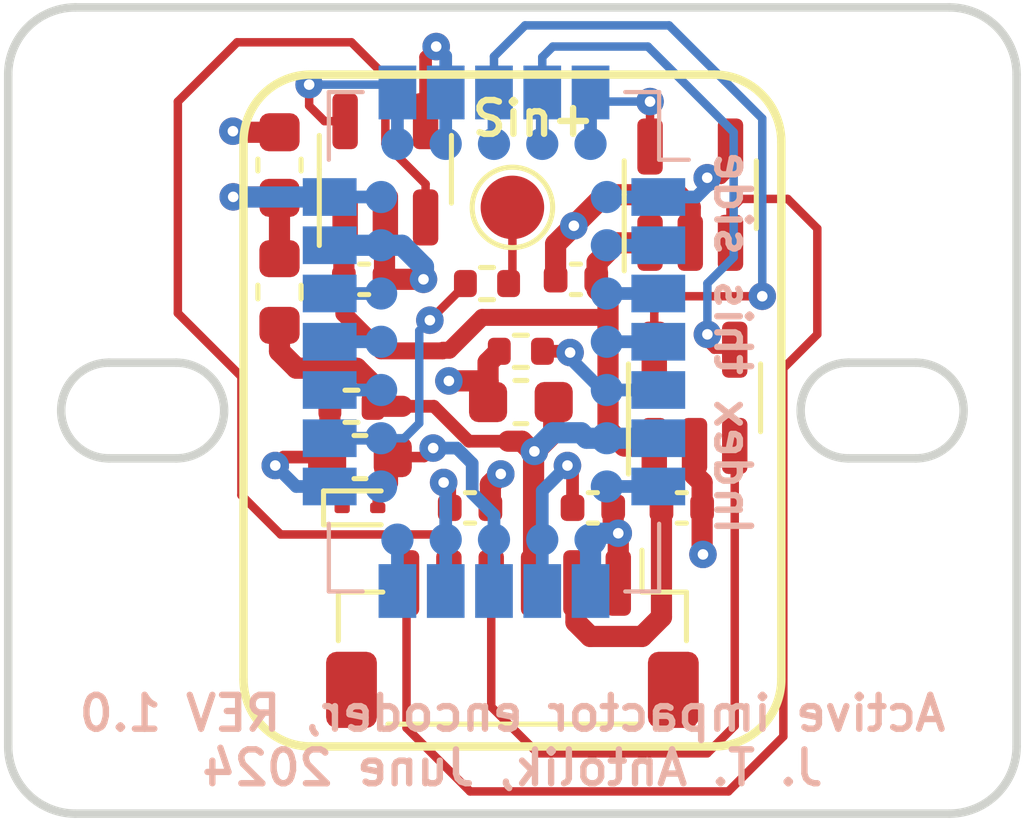
<source format=kicad_pcb>
(kicad_pcb (version 20221018) (generator pcbnew)
  (layers (0 "F.Cu" signal) (1 "In1.Cu" power) (2 "In2.Cu" power) (31 "B.Cu" signal) (34 "B.Paste" user) (35 "F.Paste" user) (36 "B.SilkS" user "B.Silkscreen") (37 "F.SilkS" user "F.Silkscreen") (38 "B.Mask" user) (39 "F.Mask" user) (44 "Edge.Cuts" user))
  (net 0 "")
  (net 1 "+3.3V")
  (net 2 "GND")
  (net 3 "+5V")
  (net 4 "ENC_A")
  (net 5 "ENC_B")
  (net 6 "ENC_IW")
  (net 7 "A-")
  (net 8 "A+")
  (net 9 "B-")
  (net 10 "B+")
  (net 11 "IW-")
  (net 12 "IW+")
  (net 13 "Net-(U101-DC1)")
  (net 14 "Net-(U101-+5VD)")
  (net 15 "Net-(U101-DC2)")
  (net 16 "Net-(D101-K)")
  (net 17 "Net-(D101-A)")
  (net 18 "Net-(U101-CP+)")
  (net 19 "Net-(U101-S+)")
  (net 20 "Net-(R102-Pad2)")
  (net 21 "unconnected-(U101-GND-Pad2)")
  (net 22 "unconnected-(U101-NC-Pad3)")
  (net 23 "unconnected-(U101-NC-Pad4)")
  (net 24 "unconnected-(U101-NC-Pad7)")
  (net 25 "unconnected-(U101-NC-Pad12)")
  (net 26 "unconnected-(U101-NC-Pad15)")
  (net 27 "unconnected-(U101-NC-Pad16)")
  (net 28 "unconnected-(U101-NC-Pad17)")
  (footprint "Package_TO_SOT_SMD:SOT-23-5" (layer "F.Cu") (at 4.3 -0.3 90)
    (fp_text reference "U102" hide)
    (fp_text value "MAX3280EAUK")
    (fp_line (start 0 -1.56) (end -1.8 -1.56) (stroke (width 0.12)) (layer "F.SilkS"))
    (fp_line (start 0 -1.56) (end 0.8 -1.56) (stroke (width 0.12)) (layer "F.SilkS"))
    (fp_line (start 0 1.56) (end -0.8 1.56) (stroke (width 0.12)) (layer "F.SilkS"))
    (fp_line (start 0 1.56) (end 0.8 1.56) (stroke (width 0.12)) (layer "F.SilkS"))
    (pad "1" smd roundrect (at -1.1375 -0.95 90) (size 1.325 0.6) (layers "F.Cu" "F.Paste" "F.Mask") (net 1 "+3.3V"))
    (pad "2" smd roundrect (at -1.1375 0 90) (size 1.325 0.6) (layers "F.Cu" "F.Paste" "F.Mask") (net 2 "GND"))
    (pad "3" smd roundrect (at -1.1375 0.95 90) (size 1.325 0.6) (layers "F.Cu" "F.Paste" "F.Mask") (net 4 "ENC_A"))
    (pad "4" smd roundrect (at 1.1375 0.95 90) (size 1.325 0.6) (layers "F.Cu" "F.Paste" "F.Mask") (net 7 "A-"))
    (pad "5" smd roundrect (at 1.1375 -0.95 90) (size 1.325 0.6) (layers "F.Cu" "F.Paste" "F.Mask") (net 8 "A+"))
  )
  (footprint "Capacitor_SMD:C_0402_1005Metric" (layer "F.Cu") (at -1 2.3 180)
    (fp_text reference "C101" hide)
    (fp_text value "100n")
    (fp_line (start -0.107836 -0.36) (end 0.107836 -0.36) (stroke (width 0.12)) (layer "F.SilkS"))
    (fp_line (start -0.107836 0.36) (end 0.107836 0.36) (stroke (width 0.12)) (layer "F.SilkS"))
    (pad "1" smd roundrect (at -0.48 0 180) (size 0.56 0.62) (layers "F.Cu" "F.Paste" "F.Mask") (net 2 "GND"))
    (pad "2" smd roundrect (at 0.48 0 180) (size 0.56 0.62) (layers "F.Cu" "F.Paste" "F.Mask") (net 13 "Net-(U101-DC1)"))
  )
  (footprint "Connector_JST:JST_SH_BM06B-SRSS-TB_1x06-1MP_P1.00mm_Vertical" (layer "F.Cu") (at 0 5.4 180)
    (fp_text reference "J101" hide)
    (fp_text value "Conn_01x06")
    (fp_line (start -4.11 -0.04) (end -4.11 1.11) (stroke (width 0.12)) (layer "F.SilkS"))
    (fp_line (start -4.11 1.11) (end -3.06 1.11) (stroke (width 0.12)) (layer "F.SilkS"))
    (fp_line (start -3.06 1.11) (end -3.06 2.1) (stroke (width 0.12)) (layer "F.SilkS"))
    (fp_line (start -2.94 -2.01) (end 2.94 -2.01) (stroke (width 0.12)) (layer "F.SilkS"))
    (fp_line (start 4.11 -0.04) (end 4.11 1.11) (stroke (width 0.12)) (layer "F.SilkS"))
    (fp_line (start 4.11 1.11) (end 3.06 1.11) (stroke (width 0.12)) (layer "F.SilkS"))
    (pad "1" smd roundrect locked (at -2.5 1.325 180) (size 0.6 1.55) (layers "F.Cu" "F.Paste" "F.Mask") (net 2 "GND"))
    (pad "2" smd roundrect locked (at -1.5 1.325 180) (size 0.6 1.55) (layers "F.Cu" "F.Paste" "F.Mask") (net 1 "+3.3V"))
    (pad "3" smd roundrect locked (at -0.5 1.325 180) (size 0.6 1.55) (layers "F.Cu" "F.Paste" "F.Mask") (net 3 "+5V"))
    (pad "4" smd roundrect locked (at 0.5 1.325 180) (size 0.6 1.55) (layers "F.Cu" "F.Paste" "F.Mask") (net 4 "ENC_A"))
    (pad "5" smd roundrect locked (at 1.5 1.325 180) (size 0.6 1.55) (layers "F.Cu" "F.Paste" "F.Mask") (net 5 "ENC_B"))
    (pad "6" smd roundrect locked (at 2.5 1.325 180) (size 0.6 1.55) (layers "F.Cu" "F.Paste" "F.Mask") (net 6 "ENC_IW"))
    (pad "MP" smd roundrect locked (at -3.8 -1.2 180) (size 1.2 1.8) (layers "F.Cu" "F.Paste" "F.Mask") (roundrect_rratio 0.2083333333))
    (pad "MP" smd roundrect locked (at 3.8 -1.2 180) (size 1.2 1.8) (layers "F.Cu" "F.Paste" "F.Mask") (roundrect_rratio 0.2083333333))
  )
  (footprint "Capacitor_SMD:C_0603_1608Metric" (layer "F.Cu") (at -5.5 -5.8 -90)
    (fp_text reference "C105" hide)
    (fp_text value "1u")
    (fp_line (start -0.14058 -0.51) (end 0.14058 -0.51) (stroke (width 0.12)) (layer "F.SilkS"))
    (fp_line (start -0.14058 0.51) (end 0.14058 0.51) (stroke (width 0.12)) (layer "F.SilkS"))
    (pad "1" smd roundrect (at -0.775 0 270) (size 0.9 0.95) (layers "F.Cu" "F.Paste" "F.Mask") (net 2 "GND"))
    (pad "2" smd roundrect (at 0.775 0 270) (size 0.9 0.95) (layers "F.Cu" "F.Paste" "F.Mask") (net 14 "Net-(U101-+5VD)"))
  )
  (footprint "TestPoint:TestPoint_Pad_D1.5mm" (layer "F.Cu") (at 0 -4.8)
    (fp_text reference "TP101" hide)
    (fp_text value "Sin+")
    (fp_circle (center 0 0) (end 0 0.95) (stroke (width 0.12)) (fill none) (layer "F.SilkS"))
    (pad "1" smd circle (at 0 0) (size 1.5 1.5) (layers "F.Cu" "F.Mask") (net 20 "Net-(R102-Pad2)"))
  )
  (footprint "Capacitor_SMD:C_0402_1005Metric" (layer "F.Cu") (at 1.9 2.3 180)
    (fp_text reference "C102" hide)
    (fp_text value "100n")
    (fp_line (start -0.107836 -0.36) (end 0.107836 -0.36) (stroke (width 0.12)) (layer "F.SilkS"))
    (fp_line (start -0.107836 0.36) (end 0.107836 0.36) (stroke (width 0.12)) (layer "F.SilkS"))
    (pad "1" smd roundrect (at -0.48 0 180) (size 0.56 0.62) (layers "F.Cu" "F.Paste" "F.Mask") (net 2 "GND"))
    (pad "2" smd roundrect (at 0.48 0 180) (size 0.56 0.62) (layers "F.Cu" "F.Paste" "F.Mask") (net 15 "Net-(U101-DC2)"))
  )
  (footprint "Capacitor_SMD:C_0402_1005Metric" (layer "F.Cu") (at -3.5 -3.1)
    (fp_text reference "C107" hide)
    (fp_text value "100n")
    (fp_line (start -0.107836 -0.36) (end 0.107836 -0.36) (stroke (width 0.12)) (layer "F.SilkS"))
    (fp_line (start -0.107836 0.36) (end 0.107836 0.36) (stroke (width 0.12)) (layer "F.SilkS"))
    (pad "1" smd roundrect (at -0.48 0) (size 0.56 0.62) (layers "F.Cu" "F.Paste" "F.Mask") (net 1 "+3.3V"))
    (pad "2" smd roundrect (at 0.48 0) (size 0.56 0.62) (layers "F.Cu" "F.Paste" "F.Mask") (net 2 "GND"))
  )
  (footprint "Capacitor_SMD:C_0402_1005Metric" (layer "F.Cu") (at 1.5 -3.1 180)
    (fp_text reference "C108" hide)
    (fp_text value "100n")
    (fp_line (start -0.107836 -0.36) (end 0.107836 -0.36) (stroke (width 0.12)) (layer "F.SilkS"))
    (fp_line (start -0.107836 0.36) (end 0.107836 0.36) (stroke (width 0.12)) (layer "F.SilkS"))
    (pad "1" smd roundrect (at -0.48 0 180) (size 0.56 0.62) (layers "F.Cu" "F.Paste" "F.Mask") (net 1 "+3.3V"))
    (pad "2" smd roundrect (at 0.48 0 180) (size 0.56 0.62) (layers "F.Cu" "F.Paste" "F.Mask") (net 2 "GND"))
  )
  (footprint "Package_TO_SOT_SMD:SOT-23-5" (layer "F.Cu") (at 4.2 -5.1 90)
    (fp_text reference "U104" hide)
    (fp_text value "MAX3280EAUK")
    (fp_line (start 0 -1.56) (end -1.8 -1.56) (stroke (width 0.12)) (layer "F.SilkS"))
    (fp_line (start 0 -1.56) (end 0.8 -1.56) (stroke (width 0.12)) (layer "F.SilkS"))
    (fp_line (start 0 1.56) (end -0.8 1.56) (stroke (width 0.12)) (layer "F.SilkS"))
    (fp_line (start 0 1.56) (end 0.8 1.56) (stroke (width 0.12)) (layer "F.SilkS"))
    (pad "1" smd roundrect (at -1.1375 -0.95 90) (size 1.325 0.6) (layers "F.Cu" "F.Paste" "F.Mask") (net 1 "+3.3V"))
    (pad "2" smd roundrect (at -1.1375 0 90) (size 1.325 0.6) (layers "F.Cu" "F.Paste" "F.Mask") (net 2 "GND"))
    (pad "3" smd roundrect (at -1.1375 0.95 90) (size 1.325 0.6) (layers "F.Cu" "F.Paste" "F.Mask") (net 6 "ENC_IW"))
    (pad "4" smd roundrect (at 1.1375 0.95 90) (size 1.325 0.6) (layers "F.Cu" "F.Paste" "F.Mask") (net 11 "IW-"))
    (pad "5" smd roundrect (at 1.1375 -0.95 90) (size 1.325 0.6) (layers "F.Cu" "F.Paste" "F.Mask") (net 12 "IW+"))
  )
  (footprint "Diode_SMD:D_SOD-923" (layer "F.Cu") (at -3.6 2.3)
    (fp_text reference "D101" hide)
    (fp_text value "ESD9X3.3ST5G")
    (fp_line (start -0.86 -0.4) (end -0.86 0.4) (stroke (width 0.12)) (layer "F.SilkS"))
    (fp_line (start 0.5 -0.4) (end -0.86 -0.4) (stroke (width 0.12)) (layer "F.SilkS"))
    (fp_line (start 0.5 0.4) (end -0.86 0.4) (stroke (width 0.12)) (layer "F.SilkS"))
    (pad "1" smd roundrect (at -0.42 0 180) (size 0.36 0.25) (layers "F.Cu" "F.Paste" "F.Mask") (net 16 "Net-(D101-K)"))
    (pad "2" smd roundrect (at 0.42 0 180) (size 0.36 0.25) (layers "F.Cu" "F.Paste" "F.Mask") (net 17 "Net-(D101-A)"))
  )
  (footprint "Resistor_SMD:R_0402_1005Metric" (layer "F.Cu") (at -3.8 -0.1 180)
    (fp_text reference "R101" hide)
    (fp_text value "120")
    (fp_line (start -0.153641 -0.38) (end 0.153641 -0.38) (stroke (width 0.12)) (layer "F.SilkS"))
    (fp_line (start -0.153641 0.38) (end 0.153641 0.38) (stroke (width 0.12)) (layer "F.SilkS"))
    (pad "1" smd roundrect (at -0.51 0 180) (size 0.54 0.64) (layers "F.Cu" "F.Paste" "F.Mask") (net 3 "+5V"))
    (pad "2" smd roundrect (at 0.51 0 180) (size 0.54 0.64) (layers "F.Cu" "F.Paste" "F.Mask") (net 16 "Net-(D101-K)"))
  )
  (footprint "Capacitor_SMD:C_0603_1608Metric" (layer "F.Cu") (at 0.2 -0.2 180)
    (fp_text reference "C104" hide)
    (fp_text value "1u")
    (fp_line (start -0.14058 -0.51) (end 0.14058 -0.51) (stroke (width 0.12)) (layer "F.SilkS"))
    (fp_line (start -0.14058 0.51) (end 0.14058 0.51) (stroke (width 0.12)) (layer "F.SilkS"))
    (pad "1" smd roundrect (at -0.775 0 180) (size 0.9 0.95) (layers "F.Cu" "F.Paste" "F.Mask") (net 3 "+5V"))
    (pad "2" smd roundrect (at 0.775 0 180) (size 0.9 0.95) (layers "F.Cu" "F.Paste" "F.Mask") (net 2 "GND"))
  )
  (footprint "Inductor_SMD:L_0603_1608Metric" (layer "F.Cu") (at -5.5 -2.8 -90)
    (fp_text reference "L101" hide)
    (fp_text value "600Ω @ 100 MHz")
    (fp_line (start -0.162779 -0.51) (end 0.162779 -0.51) (stroke (width 0.12)) (layer "F.SilkS"))
    (fp_line (start -0.162779 0.51) (end 0.162779 0.51) (stroke (width 0.12)) (layer "F.SilkS"))
    (pad "1" smd roundrect (at -0.7875 0 270) (size 0.875 0.95) (layers "F.Cu" "F.Paste" "F.Mask") (net 14 "Net-(U101-+5VD)"))
    (pad "2" smd roundrect (at 0.7875 0 270) (size 0.875 0.95) (layers "F.Cu" "F.Paste" "F.Mask") (net 3 "+5V"))
  )
  (footprint "Capacitor_SMD:C_0603_1608Metric" (layer "F.Cu") (at -3.6 1.1)
    (fp_text reference "C103" hide)
    (fp_text value "1u")
    (fp_line (start -0.14058 -0.51) (end 0.14058 -0.51) (stroke (width 0.12)) (layer "F.SilkS"))
    (fp_line (start -0.14058 0.51) (end 0.14058 0.51) (stroke (width 0.12)) (layer "F.SilkS"))
    (pad "1" smd roundrect (at -0.775 0) (size 0.9 0.95) (layers "F.Cu" "F.Paste" "F.Mask") (net 16 "Net-(D101-K)"))
    (pad "2" smd roundrect (at 0.775 0) (size 0.9 0.95) (layers "F.Cu" "F.Paste" "F.Mask") (net 17 "Net-(D101-A)"))
  )
  (footprint "Resistor_SMD:R_0402_1005Metric" (layer "F.Cu") (at -0.6 -3)
    (fp_text reference "R102" hide)
    (fp_text value "1k")
    (fp_line (start -0.153641 -0.38) (end 0.153641 -0.38) (stroke (width 0.12)) (layer "F.SilkS"))
    (fp_line (start -0.153641 0.38) (end 0.153641 0.38) (stroke (width 0.12)) (layer "F.SilkS"))
    (pad "1" smd roundrect (at -0.51 0) (size 0.54 0.64) (layers "F.Cu" "F.Paste" "F.Mask") (net 19 "Net-(U101-S+)"))
    (pad "2" smd roundrect (at 0.51 0) (size 0.54 0.64) (layers "F.Cu" "F.Paste" "F.Mask") (net 20 "Net-(R102-Pad2)"))
  )
  (footprint "Package_TO_SOT_SMD:SOT-23-5" (layer "F.Cu") (at -3 -5.7 90)
    (fp_text reference "U103" hide)
    (fp_text value "MAX3280EAUK")
    (fp_line (start 0 -1.56) (end -1.8 -1.56) (stroke (width 0.12)) (layer "F.SilkS"))
    (fp_line (start 0 -1.56) (end 0.8 -1.56) (stroke (width 0.12)) (layer "F.SilkS"))
    (fp_line (start 0 1.56) (end -0.8 1.56) (stroke (width 0.12)) (layer "F.SilkS"))
    (fp_line (start 0 1.56) (end 0.8 1.56) (stroke (width 0.12)) (layer "F.SilkS"))
    (pad "1" smd roundrect (at -1.1375 -0.95 90) (size 1.325 0.6) (layers "F.Cu" "F.Paste" "F.Mask") (net 1 "+3.3V"))
    (pad "2" smd roundrect (at -1.1375 0 90) (size 1.325 0.6) (layers "F.Cu" "F.Paste" "F.Mask") (net 2 "GND"))
    (pad "3" smd roundrect (at -1.1375 0.95 90) (size 1.325 0.6) (layers "F.Cu" "F.Paste" "F.Mask") (net 5 "ENC_B"))
    (pad "4" smd roundrect (at 1.1375 0.95 90) (size 1.325 0.6) (layers "F.Cu" "F.Paste" "F.Mask") (net 9 "B-"))
    (pad "5" smd roundrect (at 1.1375 -0.95 90) (size 1.325 0.6) (layers "F.Cu" "F.Paste" "F.Mask") (net 10 "B+"))
  )
  (footprint "Capacitor_SMD:C_0402_1005Metric" (layer "F.Cu") (at 4 2.3)
    (fp_text reference "C106" hide)
    (fp_text value "100n")
    (fp_line (start -0.107836 -0.36) (end 0.107836 -0.36) (stroke (width 0.12)) (layer "F.SilkS"))
    (fp_line (start -0.107836 0.36) (end 0.107836 0.36) (stroke (width 0.12)) (layer "F.SilkS"))
    (pad "1" smd roundrect (at -0.48 0) (size 0.56 0.62) (layers "F.Cu" "F.Paste" "F.Mask") (net 1 "+3.3V"))
    (pad "2" smd roundrect (at 0.48 0) (size 0.56 0.62) (layers "F.Cu" "F.Paste" "F.Mask") (net 2 "GND"))
  )
  (footprint "Resistor_SMD:R_0402_1005Metric" (layer "F.Cu") (at 0.2 -1.4 180)
    (fp_text reference "R103" hide)
    (fp_text value "7.15k")
    (fp_line (start -0.153641 -0.38) (end 0.153641 -0.38) (stroke (width 0.12)) (layer "F.SilkS"))
    (fp_line (start -0.153641 0.38) (end 0.153641 0.38) (stroke (width 0.12)) (layer "F.SilkS"))
    (pad "1" smd roundrect (at -0.51 0 180) (size 0.54 0.64) (layers "F.Cu" "F.Paste" "F.Mask") (net 18 "Net-(U101-CP+)"))
    (pad "2" smd roundrect (at 0.51 0 180) (size 0.54 0.64) (layers "F.Cu" "F.Paste" "F.Mask") (net 2 "GND"))
  )
  (footprint "ActiveImpactor_Encoder_Celera:CE300-40" (layer "B.Cu") (at -0.435 -1.625 -90)
    (fp_text reference "U101" hide)
    (fp_text value "CE300-40")
    (fp_line (start -5.9 -3.9) (end -4.3 -3.9) (stroke (width 0.1)) (layer "B.SilkS"))
    (fp_line (start -5.9 -3.1) (end -5.9 -3.9) (stroke (width 0.1)) (layer "B.SilkS"))
    (fp_line (start -5.9 3.1) (end -5.9 3.9) (stroke (width 0.1)) (layer "B.SilkS"))
    (fp_line (start -4.3 -3.9) (end -4.3 -4.6) (stroke (width 0.1)) (layer "B.SilkS"))
    (fp_line (start -4.3 3.9) (end -5.9 3.9) (stroke (width 0.1)) (layer "B.SilkS"))
    (fp_line (start 4.3 -3.9) (end 5.9 -3.9) (stroke (width 0.1)) (layer "B.SilkS"))
    (fp_line (start 5.9 -3.9) (end 5.9 -3.1) (stroke (width 0.1)) (layer "B.SilkS"))
    (fp_line (start 5.9 3.1) (end 5.9 3.9) (stroke (width 0.1)) (layer "B.SilkS"))
    (fp_line (start 5.9 3.9) (end 4.3 3.9) (stroke (width 0.1)) (layer "B.SilkS"))
    (pad "1" smd rect locked (at -3.42 -3.88 270) (size 0.89 1.27) (property pad_prop_testpoint) (layers "B.Cu" "B.Mask") (net 11 "IW-"))
    (pad "1" smd circle locked (at -3.42 -2.665 270) (size 0.76 0.76) (layers "B.Cu" "B.Paste" "B.Mask") (net 11 "IW-"))
    (pad "2" smd rect locked (at -2.28 -3.88 270) (size 0.89 1.27) (property pad_prop_testpoint) (layers "B.Cu" "B.Mask") (net 21 "unconnected-(U101-GND-Pad2)"))
    (pad "2" smd circle locked (at -2.28 -2.665 270) (size 0.76 0.76) (layers "B.Cu" "B.Paste" "B.Mask") (net 21 "unconnected-(U101-GND-Pad2)"))
    (pad "3" smd rect locked (at -1.14 -3.88 270) (size 0.89 1.27) (property pad_prop_testpoint) (layers "B.Cu" "B.Mask") (net 22 "unconnected-(U101-NC-Pad3)"))
    (pad "3" smd circle locked (at -1.14 -2.665 270) (size 0.76 0.76) (layers "B.Cu" "B.Paste" "B.Mask") (net 22 "unconnected-(U101-NC-Pad3)"))
    (pad "4" smd rect locked (at 0 -3.88 270) (size 0.89 1.27) (property pad_prop_testpoint) (layers "B.Cu" "B.Mask") (net 23 "unconnected-(U101-NC-Pad4)"))
    (pad "4" smd circle locked (at 0 -2.665 270) (size 0.76 0.76) (layers "B.Cu" "B.Paste" "B.Mask") (net 23 "unconnected-(U101-NC-Pad4)"))
    (pad "5" smd rect locked (at 1.14 -3.88 270) (size 0.89 1.27) (property pad_prop_testpoint) (layers "B.Cu" "B.Mask") (net 18 "Net-(U101-CP+)"))
    (pad "5" smd circle locked (at 1.14 -2.665 270) (size 0.76 0.76) (layers "B.Cu" "B.Paste" "B.Mask") (net 18 "Net-(U101-CP+)"))
    (pad "6" smd rect locked (at 2.28 -3.88 270) (size 0.89 1.27) (property pad_prop_testpoint) (layers "B.Cu" "B.Mask") (net 3 "+5V"))
    (pad "6" smd circle locked (at 2.28 -2.665 270) (size 0.76 0.76) (layers "B.Cu" "B.Paste" "B.Mask") (net 3 "+5V"))
    (pad "7" smd rect locked (at 3.42 -3.88 270) (size 0.89 1.27) (property pad_prop_testpoint) (layers "B.Cu" "B.Mask") (net 24 "unconnected-(U101-NC-Pad7)"))
    (pad "7" smd circle locked (at 3.42 -2.665 270) (size 0.76 0.76) (layers "B.Cu" "B.Paste" "B.Mask") (net 24 "unconnected-(U101-NC-Pad7)"))
    (pad "8" smd circle locked (at 4.675 -2.28 270) (size 0.76 0.76) (layers "B.Cu" "B.Paste" "B.Mask") (net 2 "GND"))
    (pad "8" smd rect locked (at 5.89 -2.28 180) (size 0.89 1.27) (property pad_prop_testpoint) (layers "B.Cu" "B.Mask") (net 2 "GND"))
    (pad "9" smd circle locked (at 4.675 -1.14 270) (size 0.76 0.76) (layers "B.Cu" "B.Paste" "B.Mask") (net 15 "Net-(U101-DC2)"))
    (pad "9" smd rect locked (at 5.89 -1.14 180) (size 0.89 1.27) (property pad_prop_testpoint) (layers "B.Cu" "B.Mask") (net 15 "Net-(U101-DC2)"))
    (pad "10" smd circle locked (at 4.675 0 270) (size 0.76 0.76) (layers "B.Cu" "B.Paste" "B.Mask") (net 17 "Net-(D101-A)"))
    (pad "10" smd rect locked (at 5.89 0 180) (size 0.89 1.27) (property pad_prop_testpoint) (layers "B.Cu" "B.Mask") (net 17 "Net-(D101-A)"))
    (pad "11" smd circle locked (at 4.675 1.14 270) (size 0.76 0.76) (layers "B.Cu" "B.Paste" "B.Mask") (net 13 "Net-(U101-DC1)"))
    (pad "11" smd rect locked (at 5.89 1.14 180) (size 0.89 1.27) (property pad_prop_testpoint) (layers "B.Cu" "B.Mask") (net 13 "Net-(U101-DC1)"))
    (pad "12" smd circle locked (at 4.675 2.28 270) (size 0.76 0.76) (layers "B.Cu" "B.Paste" "B.Mask") (net 25 "unconnected-(U101-NC-Pad12)"))
    (pad "12" smd rect locked (at 5.89 2.28 180) (size 0.89 1.27) (property pad_prop_testpoint) (layers "B.Cu" "B.Mask") (net 25 "unconnected-(U101-NC-Pad12)"))
    (pad "13" smd circle locked (at 3.42 2.665 270) (size 0.76 0.76) (layers "B.Cu" "B.Paste" "B.Mask") (net 16 "Net-(D101-K)"))
    (pad "13" smd rect locked (at 3.42 3.88 270) (size 0.89 1.27) (property pad_prop_testpoint) (layers "B.Cu" "B.Mask") (net 16 "Net-(D101-K)"))
    (pad "14" smd circle locked (at 2.28 2.665 270) (size 0.76 0.76) (layers "B.Cu" "B.Paste" "B.Mask") (net 19 "Net-(U101-S+)"))
    (pad "14" smd rect locked (at 2.28 3.88 270) (size 0.89 1.27) (property pad_prop_testpoint) (layers "B.Cu" "B.Mask") (net 19 "Net-(U101-S+)"))
    (pad "15" smd circle locked (at 1.14 2.665 270) (size 0.76 0.76) (layers "B.Cu" "B.Paste" "B.Mask") (net 26 "unconnected-(U101-NC-Pad15)"))
    (pad "15" smd rect locked (at 1.14 3.88 270) (size 0.89 1.27) (property pad_prop_testpoint) (layers "B.Cu" "B.Mask") (net 26 "unconnected-(U101-NC-Pad15)"))
    (pad "16" smd circle locked (at 0 2.665 270) (size 0.76 0.76) (layers "B.Cu" "B.Paste" "B.Mask") (net 27 "unconnected-(U101-NC-Pad16)"))
    (pad "16" smd rect locked (at 0 3.88 270) (size 0.89 1.27) (property pad_prop_testpoint) (layers "B.Cu" "B.Mask") (net 27 "unconnected-(U101-NC-Pad16)"))
    (pad "17" smd circle locked (at -1.14 2.665 270) (size 0.76 0.76) (layers "B.Cu" "B.Paste" "B.Mask") (net 28 "unconnected-(U101-NC-Pad17)"))
    (pad "17" smd rect locked (at -1.14 3.88 270) (size 0.89 1.27) (property pad_prop_testpoint) (layers "B.Cu" "B.Mask") (net 28 "unconnected-(U101-NC-Pad17)"))
    (pad "18" smd circle locked (at -2.28 2.665 270) (size 0.76 0.76) (layers "B.Cu" "B.Paste" "B.Mask") (net 2 "GND"))
    (pad "18" smd rect locked (at -2.28 3.88 270) (size 0.89 1.27) (property pad_prop_testpoint) (layers "B.Cu" "B.Mask") (net 2 "GND"))
    (pad "19" smd circle locked (at -3.42 2.665 270) (size 0.76 0.76) (layers "B.Cu" "B.Paste" "B.Mask") (net 14 "Net-(U101-+5VD)"))
    (pad "19" smd rect locked (at -3.42 3.88 270) (size 0.89 1.27) (property pad_prop_testpoint) (layers "B.Cu" "B.Mask") (net 14 "Net-(U101-+5VD)"))
    (pad "20" smd rect locked (at -5.89 2.28 180) (size 0.89 1.27) (property pad_prop_testpoint) (layers "B.Cu" "B.Mask") (net 10 "B+"))
    (pad "20" smd circle locked (at -4.675 2.28 270) (size 0.76 0.76) (layers "B.Cu" "B.Paste" "B.Mask") (net 10 "B+"))
    (pad "21" smd rect locked (at -5.89 1.14 180) (size 0.89 1.27) (property pad_prop_testpoint) (layers "B.Cu" "B.Mask") (net 9 "B-"))
    (pad "21" smd circle locked (at -4.675 1.14 270) (size 0.76 0.76) (layers "B.Cu" "B.Paste" "B.Mask") (net 9 "B-"))
    (pad "22" smd rect locked (at -5.89 0 180) (size 0.89 1.27) (property pad_prop_testpoint) (layers "B.Cu" "B.Mask") (net 8 "A+"))
    (pad "22" smd circle locked (at -4.675 0 270) (size 0.76 0.76) (layers "B.Cu" "B.Paste" "B.Mask") (net 8 "A+"))
    (pad "23" smd rect locked (at -5.89 -1.14 180) (size 0.89 1.27) (property pad_prop_testpoint) (layers "B.Cu" "B.Mask") (net 7 "A-"))
    (pad "23" smd circle locked (at -4.675 -1.14 270) (size 0.76 0.76) (layers "B.Cu" "B.Paste" "B.Mask") (net 7 "A-"))
    (pad "24" smd rect locked (at -5.89 -2.28 180) (size 0.89 1.27) (property pad_prop_testpoint) (layers "B.Cu" "B.Mask") (net 12 "IW+"))
    (pad "24" smd circle locked (at -4.675 -2.28 270) (size 0.76 0.76) (layers "B.Cu" "B.Paste" "B.Mask") (net 12 "IW+"))
  )
  (gr_line locked (start 4.7625 -7.9375) (end -4.7625 -7.9375) (stroke (width 0.2)) (layer "F.SilkS"))
  (gr_arc locked (start 6.35 6.35) (mid 5.885032 7.472532) (end 4.7625 7.9375) (stroke (width 0.2)) (layer "F.SilkS"))
  (gr_arc locked (start 4.7625 -7.9375) (mid 5.885032 -7.472532) (end 6.35 -6.35) (stroke (width 0.2)) (layer "F.SilkS"))
  (gr_line locked (start 6.35 6.35) (end 6.35 -6.35) (stroke (width 0.2)) (layer "F.SilkS"))
  (gr_line locked (start -4.7625 7.9375) (end 4.7625 7.9375) (stroke (width 0.2)) (layer "F.SilkS"))
  (gr_arc locked (start -4.7625 7.9375) (mid -5.885032 7.472532) (end -6.35 6.35) (stroke (width 0.2)) (layer "F.SilkS"))
  (gr_line locked (start -6.35 -6.35) (end -6.35 6.35) (stroke (width 0.2)) (layer "F.SilkS"))
  (gr_arc locked (start -6.35 -6.35) (mid -5.885032 -7.472532) (end -4.7625 -7.9375) (stroke (width 0.2)) (layer "F.SilkS"))
  (gr_arc (start 9.525 -1.1303) (mid 10.6553 0) (end 9.525 1.1303) (stroke (width 0.2)) (layer "Edge.Cuts"))
  (gr_arc (start 7.9375 1.1303) (mid 6.8072 0) (end 7.9375 -1.1303) (stroke (width 0.2)) (layer "Edge.Cuts"))
  (gr_arc (start -7.9375 -1.1303) (mid -6.8072 0) (end -7.9375 1.1303) (stroke (width 0.2)) (layer "Edge.Cuts"))
  (gr_arc (start -9.525 1.1303) (mid -10.6553 0) (end -9.525 -1.1303) (stroke (width 0.2)) (layer "Edge.Cuts"))
  (gr_line (start -10.31875 9.525) (end 10.31875 9.525) (stroke (width 0.2)) (layer "Edge.Cuts"))
  (gr_line (start 9.525 1.1303) (end 7.9375 1.1303) (stroke (width 0.2)) (layer "Edge.Cuts"))
  (gr_line (start -11.90625 -7.9375) (end -11.90625 7.9375) (stroke (width 0.2)) (layer "Edge.Cuts"))
  (gr_arc (start 10.31875 -9.525) (mid 11.441282 -9.060032) (end 11.90625 -7.9375) (stroke (width 0.2)) (layer "Edge.Cuts"))
  (gr_line (start 11.90625 7.9375) (end 11.90625 -7.9375) (stroke (width 0.2)) (layer "Edge.Cuts"))
  (gr_arc (start -11.90625 -7.9375) (mid -11.441282 -9.060032) (end -10.31875 -9.525) (stroke (width 0.2)) (layer "Edge.Cuts"))
  (gr_line (start 7.9375 -1.1303) (end 9.525 -1.1303) (stroke (width 0.2)) (layer "Edge.Cuts"))
  (gr_line (start -9.525 -1.1303) (end -7.9375 -1.1303) (stroke (width 0.2)) (layer "Edge.Cuts"))
  (gr_arc (start 11.90625 7.9375) (mid 11.441282 9.060032) (end 10.31875 9.525) (stroke (width 0.2)) (layer "Edge.Cuts"))
  (gr_arc (start -10.31875 9.525) (mid -11.441282 9.060032) (end -11.90625 7.9375) (stroke (width 0.2)) (layer "Edge.Cuts"))
  (gr_line (start 10.31875 -9.525) (end -10.31875 -9.525) (stroke (width 0.2)) (layer "Edge.Cuts"))
  (gr_line (start -7.9375 1.1303) (end -9.525 1.1303) (stroke (width 0.2)) (layer "Edge.Cuts"))
  (gr_text "Index this side" (at 5.2 -1.6 270) (layer "B.SilkS") (effects (font (size 0.8 0.8)) (justify mirror)))
  (gr_text "Active impactor encoder, REV 1.0\nJ. T. Antolik, June 2024" (at 0 7.8) (layer "B.SilkS") (effects (font (size 0.8 0.8)) (justify mirror)))
  (gr_text "Sin+" (at 0.5 -6.9) (layer "F.SilkS") (effects (font (size 0.8 0.8))))
  (segment (start 2.2575 -2.2) (end -0.713984 -2.2) (width 0.4) (layer "F.Cu") (net 1))
  (segment (start 3.52 2.3) (end 3.52 1.72) (width 0.5) (layer "F.Cu") (net 1))
  (segment (start -0.713984 -2.2) (end -1.488984 -1.425) (width 0.4) (layer "F.Cu") (net 1))
  (segment (start 3.35 0.8375) (end 2.6375 0.8375) (width 0.5) (layer "F.Cu") (net 1))
  (segment (start -1.63287 -1.425) (end -1.648819 -1.409051) (width 0.4) (layer "F.Cu") (net 1))
  (segment (start 3.52 2.3) (end 3.52 4.88) (width 0.5) (layer "F.Cu") (net 1))
  (segment (start -3.98 -2.288608) (end -3.98 -3.1) (width 0.4) (layer "F.Cu") (net 1))
  (segment (start 2.4625 -3.9625) (end 3.25 -3.9625) (width 0.5) (layer "F.Cu") (net 1))
  (segment (start 2.2575 -2.6) (end 2 -2.8575) (width 0.5) (layer "F.Cu") (net 1))
  (segment (start 2.2575 0.4575) (end 2.2575 -2.6) (width 0.5) (layer "F.Cu") (net 1))
  (segment (start 2 -2.8575) (end 2 -3.5) (width 0.5) (layer "F.Cu") (net 1))
  (segment (start 1.5 5) (end 1.5 4.075) (width 0.5) (layer "F.Cu") (net 1))
  (segment (start 3.35 1.55) (end 3.35 0.8375) (width 0.5) (layer "F.Cu") (net 1))
  (segment (start -3.98 -3.1) (end -3.98 -4.5325) (width 0.5) (layer "F.Cu") (net 1))
  (segment (start -3.100443 -1.409051) (end -3.98 -2.288608) (width 0.4) (layer "F.Cu") (net 1))
  (segment (start -1.648819 -1.409051) (end -3.100443 -1.409051) (width 0.4) (layer "F.Cu") (net 1))
  (segment (start -3.98 -4.5325) (end -3.95 -4.5625) (width 0.5) (layer "F.Cu") (net 1))
  (segment (start 2 -3.5) (end 2.4625 -3.9625) (width 0.5) (layer "F.Cu") (net 1))
  (segment (start 3.52 1.72) (end 3.35 1.55) (width 0.5) (layer "F.Cu") (net 1))
  (segment (start 1.838949 5.338949) (end 1.5 5) (width 0.5) (layer "F.Cu") (net 1))
  (segment (start 3.061051 5.338949) (end 1.838949 5.338949) (width 0.5) (layer "F.Cu") (net 1))
  (segment (start -1.488984 -1.425) (end -1.63287 -1.425) (width 0.4) (layer "F.Cu") (net 1))
  (segment (start 3.52 4.88) (end 3.061051 5.338949) (width 0.5) (layer "F.Cu") (net 1))
  (segment (start 2.6375 0.8375) (end 2.2575 0.4575) (width 0.5) (layer "F.Cu") (net 1))
  (segment (start -0.575 -1.135) (end -0.31 -1.4) (width 0.5) (layer "F.Cu") (net 2))
  (segment (start 3.905512 -5.098472) (end 2.184614 -5.098472) (width 0.5) (layer "F.Cu") (net 2))
  (segment (start 4.48 2.3) (end 4.48 1.7) (width 0.5) (layer "F.Cu") (net 2))
  (segment (start 2.38 2.78) (end 2.5 2.9) (width 0.5) (layer "F.Cu") (net 2))
  (segment (start -0.2745 1.4995) (end -0.52 1.745) (width 0.5) (layer "F.Cu") (net 2))
  (segment (start -0.575 -0.7) (end -1.5 -0.7) (width 0.5) (layer "F.Cu") (net 2))
  (segment (start 4.2 -4.803984) (end 3.905512 -5.098472) (width 0.5) (layer "F.Cu") (net 2))
  (segment (start -3.02 -4.5425) (end -3 -4.5625) (width 0.5) (layer "F.Cu") (net 2))
  (segment (start 4.2 -3.9625) (end 4.2 -4.803984) (width 0.5) (layer "F.Cu") (net 2))
  (segment (start 1.02 -3.933858) (end 1.451289 -4.365147) (width 0.5) (layer "F.Cu") (net 2))
  (segment (start -0.52 1.745) (end -0.52 2.3) (width 0.5) (layer "F.Cu") (net 2))
  (segment (start 4.3 0.8375) (end 4.3 1.52) (width 0.5) (layer "F.Cu") (net 2))
  (segment (start -0.575 -0.2) (end -0.575 -1.135) (width 0.5) (layer "F.Cu") (net 2))
  (segment (start 4.48 3.38) (end 4.5 3.4) (width 0.5) (layer "F.Cu") (net 2))
  (segment (start 1.02 -3.1) (end 1.02 -3.933858) (width 0.5) (layer "F.Cu") (net 2))
  (segment (start 4.3 1.52) (end 4.48 1.7) (width 0.5) (layer "F.Cu") (net 2))
  (segment (start -5.5 -6.575) (end -6.575 -6.575) (width 0.5) (layer "F.Cu") (net 2))
  (segment (start 2.38 2.3) (end 2.38 2.78) (width 0.5) (layer "F.Cu") (net 2))
  (segment (start -6.575 -6.575) (end -6.6 -6.6) (width 0.5) (layer "F.Cu") (net 2))
  (segment (start -3.02 -3.1) (end -3.02 -4.5425) (width 0.5) (layer "F.Cu") (net 2))
  (segment (start 2.184614 -5.098472) (end 1.451289 -4.365147) (width 0.5) (layer "F.Cu") (net 2))
  (segment (start 4.48 2.3) (end 4.48 3.38) (width 0.5) (layer "F.Cu") (net 2))
  (segment (start -0.575 -0.2) (end -0.575 -0.7) (width 0.5) (layer "F.Cu") (net 2))
  (segment (start -3.02 -3.1) (end -2.1 -3.1) (width 0.5) (layer "F.Cu") (net 2))
  (segment (start 2.5 2.9) (end 2.5 4.075) (width 0.5) (layer "F.Cu") (net 2))
  (via (at -2.1 -3.1) (size 0.65) (drill 0.25) (layers "F.Cu" "B.Cu") (net 2))
  (via (at 4.5 3.4) (size 0.65) (drill 0.25) (layers "F.Cu" "B.Cu") (net 2))
  (via (at -0.2745 1.4995) (size 0.65) (drill 0.25) (layers "F.Cu" "B.Cu") (net 2))
  (via (at -1.5 -0.7) (size 0.65) (drill 0.25) (layers "F.Cu" "B.Cu") (net 2))
  (via (at -6.6 -6.6) (size 0.65) (drill 0.25) (layers "F.Cu" "B.Cu") (net 2))
  (via (at 2.5 2.9) (size 0.65) (drill 0.25) (layers "F.Cu" "B.Cu") (net 2))
  (via (at 1.451289 -4.365147) (size 0.65) (drill 0.25) (layers "F.Cu" "B.Cu") (net 2))
  (segment (start -2.1 -3.4) (end -2.1 -3.1) (width 0.5) (layer "B.Cu") (net 2))
  (segment (start 2.5 2.9) (end 1.995 2.9) (width 0.5) (layer "B.Cu") (net 2))
  (segment (start 1.995 2.9) (end 1.845 3.05) (width 0.5) (layer "B.Cu") (net 2))
  (segment (start -2.605 -3.905) (end -2.1 -3.4) (width 0.5) (layer "B.Cu") (net 2))
  (segment (start -3.1 -3.905) (end -4.315 -3.905) (width 0.5) (layer "B.Cu") (net 2))
  (segment (start -3.1 -3.905) (end -2.605 -3.905) (width 0.5) (layer "B.Cu") (net 2))
  (segment (start 1.845 3.05) (end 1.845 4.265) (width 0.5) (layer "B.Cu") (net 2))
  (segment (start -3.681342 -1) (end -3.29 -0.608658) (width 0.5) (layer "F.Cu") (net 3))
  (segment (start -5.1 -1) (end -3.681342 -1) (width 0.5) (layer "F.Cu") (net 3))
  (segment (start 0.975 0.525) (end 0.5 1) (width 0.5) (layer "F.Cu") (net 3))
  (segment (start -5.5 -2.0125) (end -5.5 -1.4) (width 0.5) (layer "F.Cu") (net 3))
  (segment (start -5.5 -1.4) (end -5.1 -1) (width 0.5) (layer "F.Cu") (net 3))
  (segment (start -1.029595 0.725) (end -0.1 0.725) (width 0.3) (layer "F.Cu") (net 3))
  (segment (start 0.975 -0.2) (end 0.975 0.525) (width 0.5) (layer "F.Cu") (net 3))
  (segment (start -3.29 -0.608658) (end -3.29 -0.1) (width 0.5) (layer "F.Cu") (net 3))
  (segment (start -2.59963 -0.1) (end -1.854595 -0.1) (width 0.3) (layer "F.Cu") (net 3))
  (segment (start 0.225 0.725) (end -0.1 0.725) (width 0.5) (layer "F.Cu") (net 3))
  (segment (start -1.854595 -0.1) (end -1.029595 0.725) (width 0.3) (layer "F.Cu") (net 3))
  (segment (start -2.59963 -0.1) (end -3.29 -0.1) (width 0.5) (layer "F.Cu") (net 3))
  (segment (start 0.5 1) (end 0.5 4.075) (width 0.5) (layer "F.Cu") (net 3))
  (segment (start 0.5 1) (end 0.225 0.725) (width 0.5) (layer "F.Cu") (net 3))
  (via (at 0.519184 0.965365) (size 0.65) (drill 0.25) (layers "F.Cu" "B.Cu") (net 3))
  (segment (start 1.751016 0.655) (end 1.621016 0.525) (width 0.5) (layer "B.Cu") (net 3))
  (segment (start 0.959549 0.525) (end 0.519184 0.965365) (width 0.5) (layer "B.Cu") (net 3))
  (segment (start 2.23 0.655) (end 3.445 0.655) (width 0.5) (layer "B.Cu") (net 3))
  (segment (start 1.621016 0.525) (end 0.959549 0.525) (width 0.5) (layer "B.Cu") (net 3))
  (segment (start 2.23 0.655) (end 1.751016 0.655) (width 0.5) (layer "B.Cu") (net 3))
  (segment (start 0.6 8.1) (end 4.6 8.1) (width 0.2) (layer "F.Cu") (net 4))
  (segment (start 5.25 7.45) (end 5.25 0.8375) (width 0.2) (layer "F.Cu") (net 4))
  (segment (start -0.5 4.075) (end -0.5 7) (width 0.2) (layer "F.Cu") (net 4))
  (segment (start 4.6 8.1) (end 5.25 7.45) (width 0.2) (layer "F.Cu") (net 4))
  (segment (start -0.5 7) (end 0.6 8.1) (width 0.2) (layer "F.Cu") (net 4))
  (segment (start -5.470911 2.929089) (end -6.4 2) (width 0.2) (layer "F.Cu") (net 5))
  (segment (start -2.05 -5.35) (end -2.05 -4.5625) (width 0.2) (layer "F.Cu") (net 5))
  (segment (start -1.5 4.075) (end -1.5 3.2) (width 0.2) (layer "F.Cu") (net 5))
  (segment (start -1.770911 2.929089) (end -5.470911 2.929089) (width 0.2) (layer "F.Cu") (net 5))
  (segment (start -3 -6.3) (end -2.05 -5.35) (width 0.2) (layer "F.Cu") (net 5))
  (segment (start -6.4 -0.8) (end -7.9 -2.3) (width 0.2) (layer "F.Cu") (net 5))
  (segment (start -6.4 2) (end -6.4 -0.8) (width 0.2) (layer "F.Cu") (net 5))
  (segment (start -7.9 -2.3) (end -7.9 -7.3) (width 0.2) (layer "F.Cu") (net 5))
  (segment (start -3.8 -8.7) (end -3 -7.9) (width 0.2) (layer "F.Cu") (net 5))
  (segment (start -6.5 -8.7) (end -3.8 -8.7) (width 0.2) (layer "F.Cu") (net 5))
  (segment (start -1.5 3.2) (end -1.770911 2.929089) (width 0.2) (layer "F.Cu") (net 5))
  (segment (start -3 -7.9) (end -3 -6.3) (width 0.2) (layer "F.Cu") (net 5))
  (segment (start -7.9 -7.3) (end -6.5 -8.7) (width 0.2) (layer "F.Cu") (net 5))
  (segment (start 6.398044 -0.998044) (end 6.398044 7.701956) (width 0.2) (layer "F.Cu") (net 6))
  (segment (start 7.2 -4.3) (end 7.2 -1.8) (width 0.2) (layer "F.Cu") (net 6))
  (segment (start 5.15 -4.75) (end 5.4 -5) (width 0.2) (layer "F.Cu") (net 6))
  (segment (start 5.15 -3.9625) (end 5.15 -4.75) (width 0.2) (layer "F.Cu") (net 6))
  (segment (start -1 9) (end -2.5 7.5) (width 0.2) (layer "F.Cu") (net 6))
  (segment (start 5.1 9) (end -1 9) (width 0.2) (layer "F.Cu") (net 6))
  (segment (start 7.2 -1.8) (end 6.398044 -0.998044) (width 0.2) (layer "F.Cu") (net 6))
  (segment (start -2.5 7.5) (end -2.5 4.075) (width 0.2) (layer "F.Cu") (net 6))
  (segment (start 6.5 -5) (end 7.2 -4.3) (width 0.2) (layer "F.Cu") (net 6))
  (segment (start 6.398044 7.701956) (end 5.1 9) (width 0.2) (layer "F.Cu") (net 6))
  (segment (start 5.4 -5) (end 6.5 -5) (width 0.2) (layer "F.Cu") (net 6))
  (segment (start 4.7625 -1.4375) (end 5.25 -1.4375) (width 0.2) (layer "F.Cu") (net 7))
  (segment (start 4.604502 -1.595498) (end 4.7625 -1.4375) (width 0.2) (layer "F.Cu") (net 7))
  (segment (start 4.604502 -1.8) (end 4.604502 -1.595498) (width 0.2) (layer "F.Cu") (net 7))
  (via (at 4.604502 -1.8) (size 0.65) (drill 0.25) (layers "F.Cu" "B.Cu") (net 7))
  (segment (start 5.225 -6.575) (end 3.2 -8.6) (width 0.2) (layer "B.Cu") (net 7))
  (segment (start 0.705 -6.3) (end 0.705 -7.515) (width 0.3) (layer "B.Cu") (net 7))
  (segment (start 0.705 -8.35) (end 0.705 -7.515) (width 0.2) (layer "B.Cu") (net 7))
  (segment (start 5.225 -3.625) (end 5.225 -6.575) (width 0.2) (layer "B.Cu") (net 7))
  (segment (start 0.955 -8.6) (end 0.705 -8.35) (width 0.2) (layer "B.Cu") (net 7))
  (segment (start 3.2 -8.6) (end 0.955 -8.6) (width 0.2) (layer "B.Cu") (net 7))
  (segment (start 4.604502 -3.004502) (end 5.225 -3.625) (width 0.2) (layer "B.Cu") (net 7))
  (segment (start 4.604502 -1.8) (end 4.604502 -3.004502) (width 0.2) (layer "B.Cu") (net 7))
  (segment (start 3.7 -2.7) (end 3.35 -2.35) (width 0.2) (layer "F.Cu") (net 8))
  (segment (start 3.35 -2.35) (end 3.35 -1.4375) (width 0.2) (layer "F.Cu") (net 8))
  (segment (start 5.9 -2.7) (end 3.7 -2.7) (width 0.2) (layer "F.Cu") (net 8))
  (via (at 5.9 -2.7) (size 0.65) (drill 0.25) (layers "F.Cu" "B.Cu") (net 8))
  (segment (start -0.435 -8.365) (end -0.435 -7.515) (width 0.2) (layer "B.Cu") (net 8))
  (segment (start 0.3 -9.1) (end -0.435 -8.365) (width 0.2) (layer "B.Cu") (net 8))
  (segment (start 5.9 -2.7) (end 5.9 -6.9) (width 0.2) (layer "B.Cu") (net 8))
  (segment (start 3.7 -9.1) (end 0.3 -9.1) (width 0.2) (layer "B.Cu") (net 8))
  (segment (start -0.435 -6.3) (end -0.435 -7.515) (width 0.3) (layer "B.Cu") (net 8))
  (segment (start 5.9 -6.9) (end 3.7 -9.1) (width 0.2) (layer "B.Cu") (net 8))
  (segment (start -1.8 -8.6) (end -2.05 -8.35) (width 0.3) (layer "F.Cu") (net 9))
  (segment (start -2.05 -8.35) (end -2.05 -6.8375) (width 0.3) (layer "F.Cu") (net 9))
  (via (at -1.8 -8.6) (size 0.65) (drill 0.25) (layers "F.Cu" "B.Cu") (net 9))
  (segment (start -1.575 -6.3) (end -1.575 -7.515) (width 0.3) (layer "B.Cu") (net 9))
  (segment (start -1.575 -8.375) (end -1.575 -7.515) (width 0.3) (layer "B.Cu") (net 9))
  (segment (start -1.8 -8.6) (end -1.575 -8.375) (width 0.3) (layer "B.Cu") (net 9))
  (segment (start -4.8 -7.2) (end -4.4375 -6.8375) (width 0.2) (layer "F.Cu") (net 10))
  (segment (start -4.4375 -6.8375) (end -3.95 -6.8375) (width 0.2) (layer "F.Cu") (net 10))
  (segment (start -4.8 -7.7) (end -4.8 -7.2) (width 0.2) (layer "F.Cu") (net 10))
  (via (at -4.8 -7.7) (size 0.65) (drill 0.25) (layers "F.Cu" "B.Cu") (net 10))
  (segment (start -2.9 -7.7) (end -2.715 -7.515) (width 0.2) (layer "B.Cu") (net 10))
  (segment (start -4.8 -7.7) (end -2.9 -7.7) (width 0.2) (layer "B.Cu") (net 10))
  (segment (start -2.715 -6.3) (end -2.715 -7.515) (width 0.3) (layer "B.Cu") (net 10))
  (segment (start 4.926183 -5.5) (end 5.15 -5.723817) (width 0.3) (layer "F.Cu") (net 11))
  (segment (start 4.6 -5.5) (end 4.926183 -5.5) (width 0.3) (layer "F.Cu") (net 11))
  (segment (start 5.15 -5.723817) (end 5.15 -6.2375) (width 0.3) (layer "F.Cu") (net 11))
  (via (at 4.6 -5.5) (size 0.65) (drill 0.25) (layers "F.Cu" "B.Cu") (net 11))
  (segment (start 4.345 -5.045) (end 4.6 -5.3) (width 0.3) (layer "B.Cu") (net 11))
  (segment (start 4.6 -5.3) (end 4.6 -5.5) (width 0.3) (layer "B.Cu") (net 11))
  (segment (start 2.23 -5.045) (end 3.445 -5.045) (width 0.3) (layer "B.Cu") (net 11))
  (segment (start 3.445 -5.045) (end 4.345 -5.045) (width 0.3) (layer "B.Cu") (net 11))
  (segment (start 3.25 -7.3) (end 3.25 -6.2375) (width 0.2) (layer "F.Cu") (net 12))
  (via (at 3.25 -7.3) (size 0.65) (drill 0.25) (layers "F.Cu" "B.Cu") (net 12))
  (segment (start 3.25 -7.3) (end 2.06 -7.3) (width 0.2) (layer "B.Cu") (net 12))
  (segment (start 1.845 -6.3) (end 1.845 -7.515) (width 0.3) (layer "B.Cu") (net 12))
  (segment (start 2.06 -7.3) (end 1.845 -7.515) (width 0.2) (layer "B.Cu") (net 12))
  (segment (start -1.624 1.7) (end -1.48 1.844) (width 0.3) (layer "F.Cu") (net 13))
  (segment (start -1.48 1.844) (end -1.48 2.3) (width 0.3) (layer "F.Cu") (net 13))
  (via (at -1.624 1.7) (size 0.65) (drill 0.25) (layers "F.Cu" "B.Cu") (net 13))
  (segment (start -1.624 1.7) (end -1.575 1.749) (width 0.3) (layer "B.Cu") (net 13))
  (segment (start -1.575 3.05) (end -1.575 4.265) (width 0.3) (layer "B.Cu") (net 13))
  (segment (start -1.575 1.749) (end -1.575 3.05) (width 0.3) (layer "B.Cu") (net 13))
  (segment (start -6.592955 -5.048341) (end -5.523341 -5.048341) (width 0.5) (layer "F.Cu") (net 14))
  (segment (start -5.523341 -5.048341) (end -5.5 -5.025) (width 0.5) (layer "F.Cu") (net 14))
  (segment (start -5.5 -3.5875) (end -5.5 -5.025) (width 0.5) (layer "F.Cu") (net 14))
  (via (at -6.592955 -5.048341) (size 0.65) (drill 0.25) (layers "F.Cu" "B.Cu") (net 14))
  (segment (start -3.1 -5.045) (end -4.315 -5.045) (width 0.3) (layer "B.Cu") (net 14))
  (segment (start -6.589614 -5.045) (end -6.592955 -5.048341) (width 0.5) (layer "B.Cu") (net 14))
  (segment (start -4.315 -5.045) (end -6.589614 -5.045) (width 0.5) (layer "B.Cu") (net 14))
  (segment (start 1.42 1.42) (end 1.42 2.3) (width 0.3) (layer "F.Cu") (net 15))
  (segment (start 1.3 1.3) (end 1.42 1.42) (width 0.3) (layer "F.Cu") (net 15))
  (via (at 1.3 1.3) (size 0.65) (drill 0.25) (layers "F.Cu" "B.Cu") (net 15))
  (segment (start 0.705 3.05) (end 0.705 4.265) (width 0.3) (layer "B.Cu") (net 15))
  (segment (start 0.705 3.05) (end 0.705 1.895) (width 0.3) (layer "B.Cu") (net 15))
  (segment (start 0.705 1.895) (end 1.3 1.3) (width 0.3) (layer "B.Cu") (net 15))
  (segment (start -4.31 -0.1) (end -4.31 1.035) (width 0.5) (layer "F.Cu") (net 16))
  (segment (start -4.02 2.08) (end -4.375 1.725) (width 0.25) (layer "F.Cu") (net 16))
  (segment (start -4.02 2.3) (end -4.02 2.08) (width 0.25) (layer "F.Cu") (net 16))
  (segment (start -5.6 1.3) (end -5.4 1.1) (width 0.3) (layer "F.Cu") (net 16))
  (segment (start -5.4 1.1) (end -4.375 1.1) (width 0.3) (layer "F.Cu") (net 16))
  (segment (start -4.375 1.725) (end -4.375 1.1) (width 0.25) (layer "F.Cu") (net 16))
  (segment (start -4.31 1.035) (end -4.375 1.1) (width 0.5) (layer "F.Cu") (net 16))
  (via (at -5.6 1.3) (size 0.65) (drill 0.25) (layers "F.Cu" "B.Cu") (net 16))
  (segment (start -5.105 1.795) (end -5.6 1.3) (width 0.3) (layer "B.Cu") (net 16))
  (segment (start -4.315 1.795) (end -5.105 1.795) (width 0.3) (layer "B.Cu") (net 16))
  (segment (start -3.1 1.795) (end -4.315 1.795) (width 0.3) (layer "B.Cu") (net 16))
  (segment (start -3.18 2.3) (end -3.18 2.08) (width 0.25) (layer "F.Cu") (net 17))
  (segment (start -2.825 1.1) (end -2.083723 1.1) (width 0.25) (layer "F.Cu") (net 17))
  (segment (start -3.18 2.08) (end -2.825 1.725) (width 0.25) (layer "F.Cu") (net 17))
  (segment (start -2.825 1.725) (end -2.825 1.1) (width 0.25) (layer "F.Cu") (net 17))
  (segment (start -2.083723 1.1) (end -1.870888 0.887165) (width 0.25) (layer "F.Cu") (net 17))
  (via (at -1.870888 0.887165) (size 0.65) (drill 0.25) (layers "F.Cu" "B.Cu") (net 17))
  (segment (start -0.9495 1.2505) (end -1.312835 0.887165) (width 0.3) (layer "B.Cu") (net 17))
  (segment (start -0.435 3.05) (end -0.435 4.265) (width 0.3) (layer "B.Cu") (net 17))
  (segment (start -0.9495 1.9505) (end -0.9495 1.2505) (width 0.3) (layer "B.Cu") (net 17))
  (segment (start -1.312835 0.887165) (end -1.870888 0.887165) (width 0.3) (layer "B.Cu") (net 17))
  (segment (start -0.435 2.465) (end -0.9495 1.9505) (width 0.3) (layer "B.Cu") (net 17))
  (segment (start -0.435 3.05) (end -0.435 2.465) (width 0.3) (layer "B.Cu") (net 17))
  (segment (start 1.36218 -1.370023) (end 1.332203 -1.4) (width 0.3) (layer "F.Cu") (net 18))
  (segment (start 1.332203 -1.4) (end 0.71 -1.4) (width 0.3) (layer "F.Cu") (net 18))
  (via (at 1.36218 -1.370023) (size 0.65) (drill 0.25) (layers "F.Cu" "B.Cu") (net 18))
  (segment (start 2.115 -0.485) (end 2.23 -0.485) (width 0.3) (layer "B.Cu") (net 18))
  (segment (start 1.36218 -1.23782) (end 2.115 -0.485) (width 0.3) (layer "B.Cu") (net 18))
  (segment (start 1.36218 -1.370023) (end 1.36218 -1.23782) (width 0.3) (layer "B.Cu") (net 18))
  (segment (start 2.23 -0.485) (end 3.445 -0.485) (width 0.3) (layer "B.Cu") (net 18))
  (segment (start -1.949124 -2.134051) (end -1.11 -2.973175) (width 0.2) (layer "F.Cu") (net 19))
  (segment (start -1.11 -2.973175) (end -1.11 -3) (width 0.2) (layer "F.Cu") (net 19))
  (via (at -1.949124 -2.134051) (size 0.65) (drill 0.25) (layers "F.Cu" "B.Cu") (net 19))
  (segment (start -3.1 0.655) (end -4.315 0.655) (width 0.3) (layer "B.Cu") (net 19))
  (segment (start -1.949124 -2.134051) (end -2.2 -1.883175) (width 0.2) (layer "B.Cu") (net 19))
  (segment (start -2.2 0.3) (end -2.555 0.655) (width 0.2) (layer "B.Cu") (net 19))
  (segment (start -2.555 0.655) (end -3.1 0.655) (width 0.2) (layer "B.Cu") (net 19))
  (segment (start -2.2 -1.883175) (end -2.2 0.3) (width 0.2) (layer "B.Cu") (net 19))
  (segment (start 0 -3.09) (end 0 -4.8) (width 0.2) (layer "F.Cu") (net 20))
  (segment (start -0.09 -3) (end 0 -3.09) (width 0.2) (layer "F.Cu") (net 20))
  (segment (start 2.23 -3.905) (end 3.445 -3.905) (width 0.3) (layer "B.Cu") (net 21))
  (segment (start 2.23 -2.765) (end 3.445 -2.765) (width 0.3) (layer "B.Cu") (net 22))
  (segment (start 2.23 -1.625) (end 3.445 -1.625) (width 0.3) (layer "B.Cu") (net 23))
  (segment (start 2.23 1.795) (end 3.445 1.795) (width 0.3) (layer "B.Cu") (net 24))
  (segment (start -2.715 3.05) (end -2.715 4.265) (width 0.3) (layer "B.Cu") (net 25))
  (segment (start -3.1 -0.485) (end -4.315 -0.485) (width 0.3) (layer "B.Cu") (net 26))
  (segment (start -3.1 -1.625) (end -4.315 -1.625) (width 0.3) (layer "B.Cu") (net 27))
  (segment (start -3.1 -2.765) (end -4.315 -2.765) (width 0.3) (layer "B.Cu") (net 28))
)
</source>
